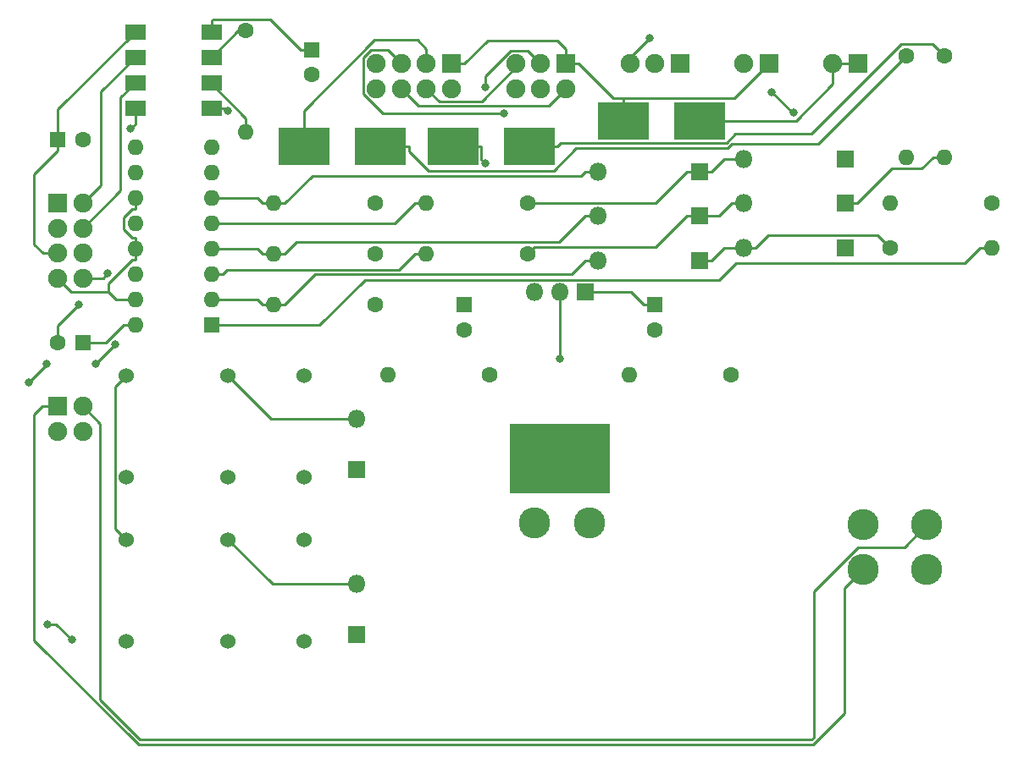
<source format=gbr>
G04 #@! TF.FileFunction,Copper,L1,Top,Signal*
%FSLAX46Y46*%
G04 Gerber Fmt 4.6, Leading zero omitted, Abs format (unit mm)*
G04 Created by KiCad (PCBNEW 4.0.7) date 03/04/18 13:02:16*
%MOMM*%
%LPD*%
G01*
G04 APERTURE LIST*
%ADD10C,0.100000*%
%ADD11C,1.600000*%
%ADD12O,1.600000X1.600000*%
%ADD13R,1.800000X1.800000*%
%ADD14O,1.800000X1.800000*%
%ADD15R,1.900000X1.900000*%
%ADD16C,1.900000*%
%ADD17R,1.600000X1.600000*%
%ADD18C,3.120000*%
%ADD19R,10.000000X7.000000*%
%ADD20C,1.524000*%
%ADD21R,2.032000X1.524000*%
%ADD22R,5.080000X3.810000*%
%ADD23C,0.800000*%
%ADD24C,0.250000*%
G04 APERTURE END LIST*
D10*
D11*
X157480000Y-71120000D03*
D12*
X147320000Y-71120000D03*
D11*
X172720000Y-71120000D03*
D12*
X162560000Y-71120000D03*
D11*
X193040000Y-88265000D03*
D12*
X182880000Y-88265000D03*
D11*
X219075000Y-71120000D03*
D12*
X208915000Y-71120000D03*
D11*
X168910000Y-88265000D03*
D12*
X158750000Y-88265000D03*
D11*
X157480000Y-76200000D03*
D12*
X147320000Y-76200000D03*
D11*
X172720000Y-76200000D03*
D12*
X162560000Y-76200000D03*
D11*
X214376000Y-56388000D03*
D12*
X214376000Y-66548000D03*
D11*
X157480000Y-81280000D03*
D12*
X147320000Y-81280000D03*
D11*
X208915000Y-75565000D03*
D12*
X219075000Y-75565000D03*
D11*
X210566000Y-56388000D03*
D12*
X210566000Y-66548000D03*
D11*
X144526000Y-53848000D03*
D12*
X144526000Y-64008000D03*
D13*
X189865000Y-67945000D03*
D14*
X179705000Y-67945000D03*
D13*
X204470000Y-66675000D03*
D14*
X194310000Y-66675000D03*
D13*
X189865000Y-72390000D03*
D14*
X179705000Y-72390000D03*
D13*
X204470000Y-71120000D03*
D14*
X194310000Y-71120000D03*
D13*
X189865000Y-76835000D03*
D14*
X179705000Y-76835000D03*
D13*
X204470000Y-75565000D03*
D14*
X194310000Y-75565000D03*
D15*
X125730000Y-91440000D03*
D16*
X125730000Y-93940000D03*
X128230000Y-91440000D03*
X128230000Y-93940000D03*
D17*
X166370000Y-81280000D03*
D11*
X166370000Y-83780000D03*
D17*
X185420000Y-81280000D03*
D11*
X185420000Y-83780000D03*
D17*
X125730000Y-64770000D03*
D11*
X128230000Y-64770000D03*
D17*
X128270000Y-85090000D03*
D11*
X125770000Y-85090000D03*
D17*
X151130000Y-55753000D03*
D11*
X151130000Y-58253000D03*
D18*
X173435000Y-103090000D03*
X178885000Y-103090000D03*
D19*
X175895000Y-96670000D03*
D13*
X178435000Y-80010000D03*
D14*
X175895000Y-80010000D03*
X173355000Y-80010000D03*
D18*
X212594000Y-103312000D03*
X212594000Y-107762000D03*
X206244000Y-103312000D03*
X206244000Y-107762000D03*
D20*
X132588000Y-114935000D03*
X142748000Y-114935000D03*
X150368000Y-114935000D03*
X132588000Y-104775000D03*
X142748000Y-104775000D03*
X150368000Y-104775000D03*
X132588000Y-98552000D03*
X142748000Y-98552000D03*
X150368000Y-98552000D03*
X132588000Y-88392000D03*
X142748000Y-88392000D03*
X150368000Y-88392000D03*
D17*
X141097000Y-83312000D03*
D12*
X133477000Y-65532000D03*
X141097000Y-80772000D03*
X133477000Y-68072000D03*
X141097000Y-78232000D03*
X133477000Y-70612000D03*
X141097000Y-75692000D03*
X133477000Y-73152000D03*
X141097000Y-73152000D03*
X133477000Y-75692000D03*
X141097000Y-70612000D03*
X133477000Y-78232000D03*
X141097000Y-68072000D03*
X133477000Y-80772000D03*
X141097000Y-65532000D03*
X133477000Y-83312000D03*
D21*
X133477000Y-53975000D03*
X133477000Y-56515000D03*
X133477000Y-59055000D03*
X133477000Y-61595000D03*
X141097000Y-61595000D03*
X141097000Y-59055000D03*
X141097000Y-56515000D03*
X141097000Y-53975000D03*
D15*
X205740000Y-57150000D03*
D16*
X203240000Y-57150000D03*
D15*
X187960000Y-57150000D03*
D16*
X185460000Y-57150000D03*
X182960000Y-57150000D03*
D15*
X176530000Y-57150000D03*
D16*
X174030000Y-57150000D03*
X171530000Y-57150000D03*
X176530000Y-59650000D03*
X174030000Y-59650000D03*
X171530000Y-59650000D03*
D15*
X165100000Y-57150000D03*
D16*
X162600000Y-57150000D03*
X160100000Y-57150000D03*
X157600000Y-57150000D03*
X165100000Y-59650000D03*
X162600000Y-59650000D03*
X160100000Y-59650000D03*
X157600000Y-59650000D03*
D15*
X125730000Y-71120000D03*
D16*
X125730000Y-73620000D03*
X125730000Y-76120000D03*
X125730000Y-78620000D03*
X128230000Y-71120000D03*
X128230000Y-73620000D03*
X128230000Y-76120000D03*
X128230000Y-78620000D03*
D22*
X189865000Y-62865000D03*
X182245000Y-62865000D03*
X172847000Y-65405000D03*
X165227000Y-65405000D03*
X157988000Y-65405000D03*
X150368000Y-65405000D03*
D13*
X155575000Y-97790000D03*
D14*
X155575000Y-92710000D03*
D13*
X155575000Y-114300000D03*
D14*
X155575000Y-109220000D03*
D15*
X196850000Y-57150000D03*
D16*
X194350000Y-57150000D03*
D23*
X130759200Y-78130400D03*
X131521200Y-85267800D03*
X129514600Y-87223600D03*
X127863600Y-81280000D03*
X124637800Y-87198200D03*
X122809000Y-89077800D03*
X124714000Y-113258600D03*
X127127000Y-114833400D03*
X132990100Y-63700000D03*
X170335700Y-62110200D03*
X199263000Y-62077600D03*
X197129400Y-60020200D03*
X184937400Y-54610000D03*
X175895000Y-86690200D03*
X142731900Y-61888600D03*
X168481700Y-67154000D03*
X168481700Y-59535100D03*
D24*
X130573700Y-85090000D02*
X132351700Y-83312000D01*
X128270000Y-85090000D02*
X130573700Y-85090000D01*
X133477000Y-83312000D02*
X132351700Y-83312000D01*
X130269600Y-78620000D02*
X128230000Y-78620000D01*
X130759200Y-78130400D02*
X130269600Y-78620000D01*
X131470400Y-85267800D02*
X131521200Y-85267800D01*
X129514600Y-87223600D02*
X131470400Y-85267800D01*
X125770000Y-85090000D02*
X125770000Y-83373600D01*
X125770000Y-83373600D02*
X127863600Y-81280000D01*
X124637800Y-87249000D02*
X124637800Y-87198200D01*
X122809000Y-89077800D02*
X124637800Y-87249000D01*
X125552200Y-113258600D02*
X124714000Y-113258600D01*
X127127000Y-114833400D02*
X125552200Y-113258600D01*
X133477000Y-63213100D02*
X133477000Y-61595000D01*
X132990100Y-63700000D02*
X133477000Y-63213100D01*
X125730000Y-61993800D02*
X125730000Y-61722000D01*
X125730000Y-61722000D02*
X133477000Y-53975000D01*
X125730000Y-61993800D02*
X125730000Y-64770000D01*
X123370900Y-68254400D02*
X125730000Y-65895300D01*
X123370900Y-75238300D02*
X123370900Y-68254400D01*
X124252600Y-76120000D02*
X123370900Y-75238300D01*
X125730000Y-76120000D02*
X124252600Y-76120000D01*
X125730000Y-64770000D02*
X125730000Y-65895300D01*
X183024700Y-80010000D02*
X184294700Y-81280000D01*
X178435000Y-80010000D02*
X183024700Y-80010000D01*
X185420000Y-81280000D02*
X184294700Y-81280000D01*
X158243200Y-62110200D02*
X170335700Y-62110200D01*
X156323700Y-60190700D02*
X158243200Y-62110200D01*
X156323700Y-56561500D02*
X156323700Y-60190700D01*
X157067700Y-55817500D02*
X156323700Y-56561500D01*
X158767500Y-55817500D02*
X157067700Y-55817500D01*
X160100000Y-57150000D02*
X158767500Y-55817500D01*
X199186800Y-62077600D02*
X199263000Y-62077600D01*
X197129400Y-60020200D02*
X199186800Y-62077600D01*
X182960000Y-57150000D02*
X182960000Y-56587400D01*
X182960000Y-56587400D02*
X184937400Y-54610000D01*
X175895000Y-86690200D02*
X175895000Y-80010000D01*
X141097000Y-61595000D02*
X142438300Y-61595000D01*
X142438300Y-61595000D02*
X142731900Y-61888600D01*
X146973500Y-52721800D02*
X150004700Y-55753000D01*
X141262900Y-52721800D02*
X146973500Y-52721800D01*
X141097000Y-52887700D02*
X141262900Y-52721800D01*
X141097000Y-53975000D02*
X141097000Y-52887700D01*
X151130000Y-55753000D02*
X150004700Y-55753000D01*
X189865000Y-76835000D02*
X191090300Y-76835000D01*
X192360300Y-75565000D02*
X191090300Y-76835000D01*
X194310000Y-75565000D02*
X192360300Y-75565000D01*
X207689600Y-74339600D02*
X208915000Y-75565000D01*
X196760700Y-74339600D02*
X207689600Y-74339600D01*
X195535300Y-75565000D02*
X196760700Y-74339600D01*
X194310000Y-75565000D02*
X195535300Y-75565000D01*
X145686700Y-80772000D02*
X146194700Y-81280000D01*
X141097000Y-80772000D02*
X145686700Y-80772000D01*
X147320000Y-81280000D02*
X146194700Y-81280000D01*
X151493300Y-78232000D02*
X148445300Y-81280000D01*
X177082700Y-78232000D02*
X151493300Y-78232000D01*
X178479700Y-76835000D02*
X177082700Y-78232000D01*
X179705000Y-76835000D02*
X178479700Y-76835000D01*
X147320000Y-81280000D02*
X148445300Y-81280000D01*
X212125400Y-67673300D02*
X213250700Y-66548000D01*
X209142000Y-67673300D02*
X212125400Y-67673300D01*
X205695300Y-71120000D02*
X209142000Y-67673300D01*
X204470000Y-71120000D02*
X205695300Y-71120000D01*
X214376000Y-66548000D02*
X213250700Y-66548000D01*
X173394900Y-75525100D02*
X172720000Y-76200000D01*
X185504600Y-75525100D02*
X173394900Y-75525100D01*
X188639700Y-72390000D02*
X185504600Y-75525100D01*
X189865000Y-72390000D02*
X188639700Y-72390000D01*
X191814700Y-72390000D02*
X189865000Y-72390000D01*
X193084700Y-71120000D02*
X191814700Y-72390000D01*
X194310000Y-71120000D02*
X193084700Y-71120000D01*
X145686700Y-75692000D02*
X146194700Y-76200000D01*
X141097000Y-75692000D02*
X145686700Y-75692000D01*
X147320000Y-76200000D02*
X146194700Y-76200000D01*
X179705000Y-72390000D02*
X178479700Y-72390000D01*
X147320000Y-76200000D02*
X148445300Y-76200000D01*
X149625000Y-75020300D02*
X148445300Y-76200000D01*
X149625000Y-75020200D02*
X149625000Y-75020300D01*
X175849500Y-75020200D02*
X149625000Y-75020200D01*
X178479700Y-72390000D02*
X175849500Y-75020200D01*
X185464700Y-71120000D02*
X172720000Y-71120000D01*
X188639700Y-67945000D02*
X185464700Y-71120000D01*
X189865000Y-67945000D02*
X188639700Y-67945000D01*
X192360300Y-66675000D02*
X191090300Y-67945000D01*
X194310000Y-66675000D02*
X192360300Y-66675000D01*
X189865000Y-67945000D02*
X191090300Y-67945000D01*
X147320000Y-71120000D02*
X148445300Y-71120000D01*
X145686700Y-70612000D02*
X146194700Y-71120000D01*
X141097000Y-70612000D02*
X145686700Y-70612000D01*
X147320000Y-71120000D02*
X146194700Y-71120000D01*
X178039600Y-68385100D02*
X178479700Y-67945000D01*
X151180200Y-68385100D02*
X178039600Y-68385100D01*
X148445300Y-71120000D02*
X151180200Y-68385100D01*
X179705000Y-67945000D02*
X178479700Y-67945000D01*
X157988000Y-65405000D02*
X160853300Y-65405000D01*
X201774100Y-65179900D02*
X210566000Y-56388000D01*
X193142200Y-65179900D02*
X201774100Y-65179900D01*
X192691900Y-65630200D02*
X193142200Y-65179900D01*
X177576800Y-65630200D02*
X192691900Y-65630200D01*
X175318300Y-67888700D02*
X177576800Y-65630200D01*
X162774500Y-67888700D02*
X175318300Y-67888700D01*
X160853300Y-65967500D02*
X162774500Y-67888700D01*
X160853300Y-65405000D02*
X160853300Y-65967500D01*
X150368000Y-61880300D02*
X150368000Y-65405000D01*
X157429400Y-54818900D02*
X150368000Y-61880300D01*
X161745700Y-54818900D02*
X157429400Y-54818900D01*
X162600000Y-55673200D02*
X161745700Y-54818900D01*
X162600000Y-57150000D02*
X162600000Y-55673200D01*
X213223200Y-55235200D02*
X214376000Y-56388000D01*
X210028500Y-55235200D02*
X213223200Y-55235200D01*
X201082000Y-64181700D02*
X210028500Y-55235200D01*
X193503400Y-64181700D02*
X201082000Y-64181700D01*
X192584800Y-65100300D02*
X193503400Y-64181700D01*
X176017000Y-65100300D02*
X192584800Y-65100300D01*
X175712300Y-65405000D02*
X176017000Y-65100300D01*
X172847000Y-65405000D02*
X175712300Y-65405000D01*
X165227000Y-65405000D02*
X168092300Y-65405000D01*
X172753100Y-55873100D02*
X174030000Y-57150000D01*
X170998500Y-55873100D02*
X172753100Y-55873100D01*
X168481700Y-58389900D02*
X170998500Y-55873100D01*
X168481700Y-59535100D02*
X168481700Y-58389900D01*
X168092300Y-66764600D02*
X168481700Y-67154000D01*
X168092300Y-65405000D02*
X168092300Y-66764600D01*
X197485000Y-62865000D02*
X199593200Y-62865000D01*
X203240000Y-59218200D02*
X203240000Y-57150000D01*
X199593200Y-62865000D02*
X203240000Y-59218200D01*
X205740000Y-57150000D02*
X204464700Y-57150000D01*
X203240000Y-57150000D02*
X204464700Y-57150000D01*
X197485000Y-62865000D02*
X189865000Y-62865000D01*
X176530000Y-55670100D02*
X176530000Y-57150000D01*
X175681300Y-54821400D02*
X176530000Y-55670100D01*
X168703900Y-54821400D02*
X175681300Y-54821400D01*
X166375300Y-57150000D02*
X168703900Y-54821400D01*
X165100000Y-57150000D02*
X166375300Y-57150000D01*
X181290000Y-60634700D02*
X177805300Y-57150000D01*
X182245000Y-60634700D02*
X181290000Y-60634700D01*
X176530000Y-57150000D02*
X177805300Y-57150000D01*
X182245000Y-62865000D02*
X182245000Y-60747300D01*
X182245000Y-60747300D02*
X182245000Y-60634700D01*
X193365300Y-60634700D02*
X196850000Y-57150000D01*
X182245000Y-60634700D02*
X193365300Y-60634700D01*
X204370700Y-109635300D02*
X206244000Y-107762000D01*
X204370700Y-122180500D02*
X204370700Y-109635300D01*
X201244800Y-125306400D02*
X204370700Y-122180500D01*
X133817100Y-125306400D02*
X201244800Y-125306400D01*
X123384100Y-114873400D02*
X133817100Y-125306400D01*
X123384100Y-92298800D02*
X123384100Y-114873400D01*
X124242900Y-91440000D02*
X123384100Y-92298800D01*
X125730000Y-91440000D02*
X124242900Y-91440000D01*
X133477000Y-80772000D02*
X132351700Y-80772000D01*
X133195600Y-71737300D02*
X133477000Y-71737300D01*
X132351700Y-72581200D02*
X133195600Y-71737300D01*
X132351700Y-73722700D02*
X132351700Y-72581200D01*
X133195700Y-74566700D02*
X132351700Y-73722700D01*
X133477000Y-74566700D02*
X133195700Y-74566700D01*
X133477000Y-75692000D02*
X133477000Y-74566700D01*
X133477000Y-70612000D02*
X133477000Y-71737300D01*
X133477000Y-75692000D02*
X133477000Y-76817300D01*
X127094500Y-79984500D02*
X125730000Y-78620000D01*
X130815900Y-79984500D02*
X127094500Y-79984500D01*
X131603400Y-80772000D02*
X130815900Y-79984500D01*
X132351700Y-80772000D02*
X131603400Y-80772000D01*
X133195700Y-76817300D02*
X133477000Y-76817300D01*
X130815900Y-79197100D02*
X133195700Y-76817300D01*
X130815900Y-79984500D02*
X130815900Y-79197100D01*
X132024400Y-60779400D02*
X132024400Y-60507600D01*
X132024400Y-60507600D02*
X133477000Y-59055000D01*
X132024400Y-69825600D02*
X132024400Y-60779400D01*
X128230000Y-73620000D02*
X132024400Y-69825600D01*
X130045000Y-60218800D02*
X130045000Y-59947000D01*
X130045000Y-59947000D02*
X133477000Y-56515000D01*
X130045000Y-69305000D02*
X130045000Y-60218800D01*
X128230000Y-71120000D02*
X130045000Y-69305000D01*
X131497300Y-103684300D02*
X132588000Y-104775000D01*
X131497300Y-89482700D02*
X131497300Y-103684300D01*
X132588000Y-88392000D02*
X131497300Y-89482700D01*
X144526000Y-53848000D02*
X143764000Y-53848000D01*
X143764000Y-53848000D02*
X141097000Y-56515000D01*
X141097000Y-59055000D02*
X141097000Y-59190900D01*
X141097000Y-59190900D02*
X144526000Y-62619900D01*
X144526000Y-62619900D02*
X144526000Y-64008000D01*
X144526000Y-64008000D02*
X144526000Y-62619900D01*
X171530000Y-57512600D02*
X171530000Y-57150000D01*
X168117100Y-60925500D02*
X171530000Y-57512600D01*
X163875500Y-60925500D02*
X168117100Y-60925500D01*
X162600000Y-59650000D02*
X163875500Y-60925500D01*
X174795300Y-61384700D02*
X176530000Y-59650000D01*
X161834700Y-61384700D02*
X174795300Y-61384700D01*
X160100000Y-59650000D02*
X161834700Y-61384700D01*
X129968700Y-93178700D02*
X128230000Y-91440000D01*
X129968700Y-120821100D02*
X129968700Y-93178700D01*
X133968300Y-124820700D02*
X129968700Y-120821100D01*
X201093600Y-124820700D02*
X133968300Y-124820700D01*
X201314200Y-124600100D02*
X201093600Y-124820700D01*
X201314200Y-110003400D02*
X201314200Y-124600100D01*
X205780600Y-105537000D02*
X201314200Y-110003400D01*
X210369000Y-105537000D02*
X205780600Y-105537000D01*
X212594000Y-103312000D02*
X210369000Y-105537000D01*
X147066000Y-92710000D02*
X142748000Y-88392000D01*
X155575000Y-92710000D02*
X147066000Y-92710000D01*
X216416300Y-77098400D02*
X217949700Y-75565000D01*
X193512500Y-77098400D02*
X216416300Y-77098400D01*
X191826300Y-78784600D02*
X193512500Y-77098400D01*
X156459200Y-78784600D02*
X191826300Y-78784600D01*
X151931800Y-83312000D02*
X156459200Y-78784600D01*
X141097000Y-83312000D02*
X151931800Y-83312000D01*
X219075000Y-75565000D02*
X217949700Y-75565000D01*
X162560000Y-76200000D02*
X161434700Y-76200000D01*
X142672600Y-77781700D02*
X142222300Y-78232000D01*
X159853000Y-77781700D02*
X142672600Y-77781700D01*
X161434700Y-76200000D02*
X159853000Y-77781700D01*
X141097000Y-78232000D02*
X142222300Y-78232000D01*
X159402700Y-73152000D02*
X161434700Y-71120000D01*
X141097000Y-73152000D02*
X159402700Y-73152000D01*
X162560000Y-71120000D02*
X161434700Y-71120000D01*
X147193000Y-109220000D02*
X142748000Y-104775000D01*
X155575000Y-109220000D02*
X147193000Y-109220000D01*
M02*

</source>
